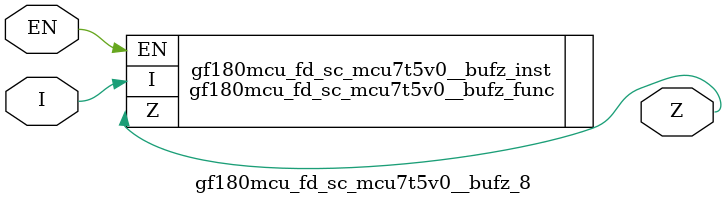
<source format=v>

`ifndef GF180MCU_FD_SC_MCU7T5V0__BUFZ_8_V
`define GF180MCU_FD_SC_MCU7T5V0__BUFZ_8_V

`include "gf180mcu_fd_sc_mcu7t5v0__bufz_func.v"

`ifdef USE_POWER_PINS
module gf180mcu_fd_sc_mcu7t5v0__bufz_8( EN, I, Z, VDD, VSS );
inout VDD, VSS;
`else // If not USE_POWER_PINS
module gf180mcu_fd_sc_mcu7t5v0__bufz_8( EN, I, Z );
`endif // If not USE_POWER_PINS
input EN, I;
output Z;

`ifdef USE_POWER_PINS
  gf180mcu_fd_sc_mcu7t5v0__bufz_func gf180mcu_fd_sc_mcu7t5v0__bufz_inst(.EN(EN),.I(I),.Z(Z),.VDD(VDD),.VSS(VSS));
`else // If not USE_POWER_PINS
  gf180mcu_fd_sc_mcu7t5v0__bufz_func gf180mcu_fd_sc_mcu7t5v0__bufz_inst(.EN(EN),.I(I),.Z(Z));
`endif // If not USE_POWER_PINS

`ifndef FUNCTIONAL
	// spec_gates_begin


	// spec_gates_end



   specify

	// specify_block_begin

	// comb arc EN --> Z
	 (EN => Z) = (1.0,1.0);

	// comb arc I --> Z
	 (I => Z) = (1.0,1.0);

	// specify_block_end

   endspecify

   `endif

endmodule
`endif // GF180MCU_FD_SC_MCU7T5V0__BUFZ_8_V

</source>
